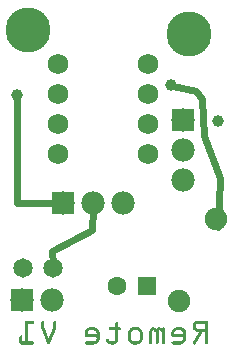
<source format=gbl>
G04 MADE WITH FRITZING*
G04 WWW.FRITZING.ORG*
G04 DOUBLE SIDED*
G04 HOLES PLATED*
G04 CONTOUR ON CENTER OF CONTOUR VECTOR*
%ASAXBY*%
%FSLAX23Y23*%
%MOIN*%
%OFA0B0*%
%SFA1.0B1.0*%
%ADD10C,0.078000*%
%ADD11C,0.068000*%
%ADD12C,0.065000*%
%ADD13C,0.039370*%
%ADD14C,0.075000*%
%ADD15C,0.062992*%
%ADD16C,0.149606*%
%ADD17R,0.078000X0.078000*%
%ADD18R,0.062992X0.062992*%
%ADD19C,0.024000*%
%ADD20R,0.001000X0.001000*%
%LNCOPPER0*%
G90*
G70*
G54D10*
X108Y179D03*
X208Y179D03*
G54D11*
X227Y965D03*
X227Y865D03*
X227Y765D03*
X227Y665D03*
X527Y665D03*
X527Y765D03*
X527Y865D03*
X527Y965D03*
G54D10*
X245Y500D03*
X345Y500D03*
X445Y500D03*
G54D12*
X109Y285D03*
X209Y285D03*
G54D13*
X760Y776D03*
X89Y863D03*
G54D14*
X755Y449D03*
X631Y176D03*
G54D13*
X602Y894D03*
G54D15*
X523Y225D03*
X425Y225D03*
G54D10*
X642Y779D03*
X642Y679D03*
X642Y579D03*
G54D16*
X665Y1064D03*
X127Y1077D03*
G54D17*
X108Y179D03*
X245Y500D03*
G54D18*
X523Y225D03*
G54D17*
X642Y779D03*
G54D19*
X226Y500D02*
X91Y500D01*
D02*
X91Y500D02*
X89Y855D01*
D02*
X610Y892D02*
X687Y874D01*
D02*
X687Y874D02*
X708Y848D01*
D02*
X760Y423D02*
X759Y432D01*
D02*
X708Y848D02*
X715Y725D01*
D02*
X715Y725D02*
X766Y586D01*
D02*
X766Y586D02*
X760Y423D01*
D02*
X341Y413D02*
X344Y481D01*
D02*
X209Y299D02*
X208Y343D01*
D02*
X208Y343D02*
X341Y413D01*
G54D20*
X119Y107D02*
X146Y107D01*
X174Y107D02*
X178Y107D01*
X214Y107D02*
X218Y107D01*
X688Y107D02*
X726Y107D01*
X119Y106D02*
X147Y106D01*
X173Y106D02*
X179Y106D01*
X213Y106D02*
X219Y106D01*
X685Y106D02*
X726Y106D01*
X119Y105D02*
X148Y105D01*
X172Y105D02*
X180Y105D01*
X212Y105D02*
X220Y105D01*
X684Y105D02*
X726Y105D01*
X119Y104D02*
X148Y104D01*
X172Y104D02*
X180Y104D01*
X212Y104D02*
X220Y104D01*
X682Y104D02*
X726Y104D01*
X119Y103D02*
X148Y103D01*
X172Y103D02*
X181Y103D01*
X211Y103D02*
X220Y103D01*
X421Y103D02*
X425Y103D01*
X681Y103D02*
X726Y103D01*
X119Y102D02*
X148Y102D01*
X172Y102D02*
X181Y102D01*
X211Y102D02*
X220Y102D01*
X420Y102D02*
X426Y102D01*
X681Y102D02*
X726Y102D01*
X119Y101D02*
X148Y101D01*
X172Y101D02*
X181Y101D01*
X211Y101D02*
X220Y101D01*
X419Y101D02*
X427Y101D01*
X680Y101D02*
X726Y101D01*
X119Y100D02*
X147Y100D01*
X172Y100D02*
X181Y100D01*
X211Y100D02*
X220Y100D01*
X418Y100D02*
X427Y100D01*
X679Y100D02*
X726Y100D01*
X119Y99D02*
X146Y99D01*
X172Y99D02*
X181Y99D01*
X211Y99D02*
X220Y99D01*
X418Y99D02*
X427Y99D01*
X679Y99D02*
X726Y99D01*
X119Y98D02*
X144Y98D01*
X172Y98D02*
X181Y98D01*
X211Y98D02*
X220Y98D01*
X418Y98D02*
X427Y98D01*
X678Y98D02*
X726Y98D01*
X119Y97D02*
X128Y97D01*
X172Y97D02*
X181Y97D01*
X211Y97D02*
X220Y97D01*
X418Y97D02*
X427Y97D01*
X678Y97D02*
X689Y97D01*
X717Y97D02*
X726Y97D01*
X119Y96D02*
X128Y96D01*
X172Y96D02*
X181Y96D01*
X211Y96D02*
X220Y96D01*
X418Y96D02*
X427Y96D01*
X678Y96D02*
X688Y96D01*
X717Y96D02*
X726Y96D01*
X119Y95D02*
X128Y95D01*
X172Y95D02*
X181Y95D01*
X211Y95D02*
X220Y95D01*
X418Y95D02*
X427Y95D01*
X678Y95D02*
X687Y95D01*
X717Y95D02*
X726Y95D01*
X119Y94D02*
X128Y94D01*
X172Y94D02*
X181Y94D01*
X211Y94D02*
X220Y94D01*
X418Y94D02*
X427Y94D01*
X677Y94D02*
X687Y94D01*
X717Y94D02*
X726Y94D01*
X119Y93D02*
X128Y93D01*
X172Y93D02*
X181Y93D01*
X211Y93D02*
X220Y93D01*
X418Y93D02*
X427Y93D01*
X677Y93D02*
X686Y93D01*
X717Y93D02*
X726Y93D01*
X119Y92D02*
X128Y92D01*
X172Y92D02*
X181Y92D01*
X211Y92D02*
X220Y92D01*
X418Y92D02*
X427Y92D01*
X677Y92D02*
X686Y92D01*
X717Y92D02*
X726Y92D01*
X119Y91D02*
X128Y91D01*
X172Y91D02*
X181Y91D01*
X211Y91D02*
X220Y91D01*
X418Y91D02*
X427Y91D01*
X677Y91D02*
X686Y91D01*
X717Y91D02*
X726Y91D01*
X119Y90D02*
X128Y90D01*
X172Y90D02*
X181Y90D01*
X211Y90D02*
X220Y90D01*
X418Y90D02*
X427Y90D01*
X677Y90D02*
X686Y90D01*
X717Y90D02*
X726Y90D01*
X119Y89D02*
X128Y89D01*
X172Y89D02*
X181Y89D01*
X211Y89D02*
X220Y89D01*
X418Y89D02*
X427Y89D01*
X677Y89D02*
X686Y89D01*
X717Y89D02*
X726Y89D01*
X119Y88D02*
X128Y88D01*
X172Y88D02*
X181Y88D01*
X211Y88D02*
X220Y88D01*
X418Y88D02*
X427Y88D01*
X677Y88D02*
X686Y88D01*
X717Y88D02*
X726Y88D01*
X119Y87D02*
X128Y87D01*
X172Y87D02*
X181Y87D01*
X211Y87D02*
X220Y87D01*
X418Y87D02*
X427Y87D01*
X677Y87D02*
X686Y87D01*
X717Y87D02*
X726Y87D01*
X119Y86D02*
X128Y86D01*
X172Y86D02*
X181Y86D01*
X211Y86D02*
X220Y86D01*
X331Y86D02*
X350Y86D01*
X399Y86D02*
X434Y86D01*
X475Y86D02*
X495Y86D01*
X541Y86D02*
X547Y86D01*
X561Y86D02*
X568Y86D01*
X576Y86D02*
X580Y86D01*
X620Y86D02*
X639Y86D01*
X677Y86D02*
X687Y86D01*
X717Y86D02*
X726Y86D01*
X119Y85D02*
X128Y85D01*
X172Y85D02*
X181Y85D01*
X211Y85D02*
X220Y85D01*
X328Y85D02*
X353Y85D01*
X398Y85D02*
X436Y85D01*
X472Y85D02*
X497Y85D01*
X539Y85D02*
X549Y85D01*
X559Y85D02*
X570Y85D01*
X575Y85D02*
X581Y85D01*
X617Y85D02*
X642Y85D01*
X678Y85D02*
X687Y85D01*
X717Y85D02*
X726Y85D01*
X119Y84D02*
X128Y84D01*
X172Y84D02*
X182Y84D01*
X210Y84D02*
X220Y84D01*
X326Y84D02*
X355Y84D01*
X397Y84D02*
X437Y84D01*
X471Y84D02*
X499Y84D01*
X537Y84D02*
X551Y84D01*
X558Y84D02*
X572Y84D01*
X574Y84D02*
X582Y84D01*
X615Y84D02*
X644Y84D01*
X678Y84D02*
X688Y84D01*
X717Y84D02*
X726Y84D01*
X119Y83D02*
X128Y83D01*
X172Y83D02*
X182Y83D01*
X210Y83D02*
X220Y83D01*
X325Y83D02*
X356Y83D01*
X397Y83D02*
X437Y83D01*
X469Y83D02*
X501Y83D01*
X536Y83D02*
X553Y83D01*
X557Y83D02*
X582Y83D01*
X614Y83D02*
X645Y83D01*
X678Y83D02*
X689Y83D01*
X717Y83D02*
X726Y83D01*
X119Y82D02*
X128Y82D01*
X173Y82D02*
X183Y82D01*
X209Y82D02*
X219Y82D01*
X323Y82D02*
X357Y82D01*
X396Y82D02*
X437Y82D01*
X468Y82D02*
X502Y82D01*
X535Y82D02*
X554Y82D01*
X556Y82D02*
X582Y82D01*
X612Y82D02*
X646Y82D01*
X678Y82D02*
X726Y82D01*
X119Y81D02*
X128Y81D01*
X173Y81D02*
X183Y81D01*
X209Y81D02*
X219Y81D01*
X322Y81D02*
X359Y81D01*
X396Y81D02*
X437Y81D01*
X467Y81D02*
X503Y81D01*
X534Y81D02*
X582Y81D01*
X611Y81D02*
X648Y81D01*
X679Y81D02*
X726Y81D01*
X119Y80D02*
X128Y80D01*
X174Y80D02*
X183Y80D01*
X209Y80D02*
X219Y80D01*
X321Y80D02*
X360Y80D01*
X397Y80D02*
X437Y80D01*
X466Y80D02*
X504Y80D01*
X534Y80D02*
X582Y80D01*
X610Y80D02*
X649Y80D01*
X679Y80D02*
X726Y80D01*
X119Y79D02*
X128Y79D01*
X174Y79D02*
X184Y79D01*
X208Y79D02*
X218Y79D01*
X320Y79D02*
X360Y79D01*
X397Y79D02*
X436Y79D01*
X465Y79D02*
X505Y79D01*
X533Y79D02*
X582Y79D01*
X609Y79D02*
X649Y79D01*
X680Y79D02*
X726Y79D01*
X119Y78D02*
X128Y78D01*
X174Y78D02*
X184Y78D01*
X208Y78D02*
X218Y78D01*
X319Y78D02*
X361Y78D01*
X398Y78D02*
X436Y78D01*
X464Y78D02*
X506Y78D01*
X533Y78D02*
X582Y78D01*
X609Y78D02*
X650Y78D01*
X681Y78D02*
X726Y78D01*
X119Y77D02*
X128Y77D01*
X175Y77D02*
X185Y77D01*
X207Y77D02*
X217Y77D01*
X319Y77D02*
X362Y77D01*
X400Y77D02*
X434Y77D01*
X463Y77D02*
X506Y77D01*
X533Y77D02*
X582Y77D01*
X608Y77D02*
X651Y77D01*
X682Y77D02*
X726Y77D01*
X119Y76D02*
X128Y76D01*
X175Y76D02*
X185Y76D01*
X207Y76D02*
X217Y76D01*
X318Y76D02*
X331Y76D01*
X349Y76D02*
X363Y76D01*
X418Y76D02*
X427Y76D01*
X463Y76D02*
X476Y76D01*
X494Y76D02*
X507Y76D01*
X533Y76D02*
X542Y76D01*
X546Y76D02*
X562Y76D01*
X567Y76D02*
X582Y76D01*
X607Y76D02*
X620Y76D01*
X638Y76D02*
X652Y76D01*
X683Y76D02*
X726Y76D01*
X119Y75D02*
X128Y75D01*
X175Y75D02*
X185Y75D01*
X207Y75D02*
X217Y75D01*
X318Y75D02*
X330Y75D01*
X351Y75D02*
X363Y75D01*
X418Y75D02*
X427Y75D01*
X462Y75D02*
X474Y75D01*
X495Y75D02*
X508Y75D01*
X532Y75D02*
X542Y75D01*
X547Y75D02*
X562Y75D01*
X568Y75D02*
X582Y75D01*
X607Y75D02*
X619Y75D01*
X640Y75D02*
X652Y75D01*
X684Y75D02*
X726Y75D01*
X119Y74D02*
X128Y74D01*
X176Y74D02*
X186Y74D01*
X206Y74D02*
X216Y74D01*
X317Y74D02*
X328Y74D01*
X352Y74D02*
X364Y74D01*
X418Y74D02*
X427Y74D01*
X462Y74D02*
X473Y74D01*
X497Y74D02*
X508Y74D01*
X532Y74D02*
X541Y74D01*
X548Y74D02*
X562Y74D01*
X569Y74D02*
X582Y74D01*
X606Y74D02*
X617Y74D01*
X641Y74D02*
X653Y74D01*
X686Y74D02*
X726Y74D01*
X119Y73D02*
X128Y73D01*
X176Y73D02*
X186Y73D01*
X206Y73D02*
X216Y73D01*
X317Y73D02*
X327Y73D01*
X353Y73D02*
X364Y73D01*
X418Y73D02*
X427Y73D01*
X461Y73D02*
X472Y73D01*
X498Y73D02*
X508Y73D01*
X532Y73D02*
X541Y73D01*
X549Y73D02*
X562Y73D01*
X570Y73D02*
X582Y73D01*
X606Y73D02*
X616Y73D01*
X642Y73D02*
X653Y73D01*
X688Y73D02*
X726Y73D01*
X119Y72D02*
X128Y72D01*
X177Y72D02*
X186Y72D01*
X205Y72D02*
X215Y72D01*
X316Y72D02*
X326Y72D01*
X354Y72D02*
X364Y72D01*
X418Y72D02*
X427Y72D01*
X461Y72D02*
X471Y72D01*
X499Y72D02*
X509Y72D01*
X532Y72D02*
X541Y72D01*
X551Y72D02*
X562Y72D01*
X571Y72D02*
X582Y72D01*
X606Y72D02*
X615Y72D01*
X643Y72D02*
X653Y72D01*
X698Y72D02*
X709Y72D01*
X717Y72D02*
X726Y72D01*
X119Y71D02*
X128Y71D01*
X177Y71D02*
X187Y71D01*
X205Y71D02*
X215Y71D01*
X316Y71D02*
X326Y71D01*
X355Y71D02*
X365Y71D01*
X418Y71D02*
X427Y71D01*
X461Y71D02*
X470Y71D01*
X499Y71D02*
X509Y71D01*
X532Y71D02*
X541Y71D01*
X552Y71D02*
X562Y71D01*
X572Y71D02*
X582Y71D01*
X605Y71D02*
X615Y71D01*
X644Y71D02*
X654Y71D01*
X697Y71D02*
X708Y71D01*
X717Y71D02*
X726Y71D01*
X119Y70D02*
X128Y70D01*
X177Y70D02*
X187Y70D01*
X205Y70D02*
X215Y70D01*
X316Y70D02*
X325Y70D01*
X355Y70D02*
X365Y70D01*
X418Y70D02*
X427Y70D01*
X461Y70D02*
X470Y70D01*
X500Y70D02*
X509Y70D01*
X532Y70D02*
X541Y70D01*
X553Y70D02*
X562Y70D01*
X573Y70D02*
X582Y70D01*
X605Y70D02*
X614Y70D01*
X644Y70D02*
X654Y70D01*
X697Y70D02*
X708Y70D01*
X717Y70D02*
X726Y70D01*
X119Y69D02*
X128Y69D01*
X178Y69D02*
X188Y69D01*
X204Y69D02*
X214Y69D01*
X316Y69D02*
X325Y69D01*
X356Y69D02*
X365Y69D01*
X418Y69D02*
X427Y69D01*
X461Y69D02*
X470Y69D01*
X500Y69D02*
X509Y69D01*
X532Y69D02*
X541Y69D01*
X553Y69D02*
X562Y69D01*
X573Y69D02*
X582Y69D01*
X605Y69D02*
X614Y69D01*
X645Y69D02*
X654Y69D01*
X696Y69D02*
X707Y69D01*
X717Y69D02*
X726Y69D01*
X119Y68D02*
X128Y68D01*
X178Y68D02*
X188Y68D01*
X204Y68D02*
X214Y68D01*
X316Y68D02*
X325Y68D01*
X356Y68D02*
X365Y68D01*
X418Y68D02*
X427Y68D01*
X461Y68D02*
X470Y68D01*
X500Y68D02*
X509Y68D01*
X532Y68D02*
X541Y68D01*
X553Y68D02*
X562Y68D01*
X573Y68D02*
X582Y68D01*
X605Y68D02*
X614Y68D01*
X645Y68D02*
X654Y68D01*
X696Y68D02*
X707Y68D01*
X717Y68D02*
X726Y68D01*
X119Y67D02*
X128Y67D01*
X179Y67D02*
X188Y67D01*
X204Y67D02*
X213Y67D01*
X316Y67D02*
X325Y67D01*
X356Y67D02*
X365Y67D01*
X418Y67D02*
X427Y67D01*
X461Y67D02*
X470Y67D01*
X500Y67D02*
X509Y67D01*
X532Y67D02*
X541Y67D01*
X553Y67D02*
X562Y67D01*
X573Y67D02*
X582Y67D01*
X605Y67D02*
X614Y67D01*
X645Y67D02*
X654Y67D01*
X695Y67D02*
X706Y67D01*
X717Y67D02*
X726Y67D01*
X119Y66D02*
X128Y66D01*
X179Y66D02*
X189Y66D01*
X203Y66D02*
X213Y66D01*
X316Y66D02*
X325Y66D01*
X356Y66D02*
X365Y66D01*
X418Y66D02*
X427Y66D01*
X461Y66D02*
X470Y66D01*
X500Y66D02*
X509Y66D01*
X532Y66D02*
X541Y66D01*
X553Y66D02*
X562Y66D01*
X573Y66D02*
X582Y66D01*
X605Y66D02*
X614Y66D01*
X645Y66D02*
X654Y66D01*
X695Y66D02*
X705Y66D01*
X717Y66D02*
X726Y66D01*
X119Y65D02*
X128Y65D01*
X179Y65D02*
X189Y65D01*
X203Y65D02*
X213Y65D01*
X316Y65D02*
X325Y65D01*
X356Y65D02*
X365Y65D01*
X418Y65D02*
X427Y65D01*
X461Y65D02*
X470Y65D01*
X500Y65D02*
X509Y65D01*
X532Y65D02*
X541Y65D01*
X553Y65D02*
X562Y65D01*
X573Y65D02*
X582Y65D01*
X605Y65D02*
X614Y65D01*
X645Y65D02*
X654Y65D01*
X694Y65D02*
X705Y65D01*
X717Y65D02*
X726Y65D01*
X119Y64D02*
X128Y64D01*
X180Y64D02*
X190Y64D01*
X202Y64D02*
X212Y64D01*
X316Y64D02*
X325Y64D01*
X356Y64D02*
X365Y64D01*
X418Y64D02*
X427Y64D01*
X461Y64D02*
X470Y64D01*
X500Y64D02*
X509Y64D01*
X532Y64D02*
X541Y64D01*
X553Y64D02*
X562Y64D01*
X573Y64D02*
X582Y64D01*
X605Y64D02*
X614Y64D01*
X645Y64D02*
X654Y64D01*
X693Y64D02*
X704Y64D01*
X717Y64D02*
X726Y64D01*
X119Y63D02*
X128Y63D01*
X180Y63D02*
X190Y63D01*
X202Y63D02*
X212Y63D01*
X316Y63D02*
X365Y63D01*
X418Y63D02*
X427Y63D01*
X461Y63D02*
X470Y63D01*
X500Y63D02*
X509Y63D01*
X532Y63D02*
X541Y63D01*
X553Y63D02*
X562Y63D01*
X573Y63D02*
X582Y63D01*
X605Y63D02*
X654Y63D01*
X693Y63D02*
X704Y63D01*
X717Y63D02*
X726Y63D01*
X119Y62D02*
X128Y62D01*
X181Y62D02*
X190Y62D01*
X202Y62D02*
X212Y62D01*
X316Y62D02*
X365Y62D01*
X418Y62D02*
X427Y62D01*
X461Y62D02*
X470Y62D01*
X500Y62D02*
X509Y62D01*
X532Y62D02*
X541Y62D01*
X553Y62D02*
X562Y62D01*
X573Y62D02*
X582Y62D01*
X605Y62D02*
X654Y62D01*
X692Y62D02*
X703Y62D01*
X717Y62D02*
X726Y62D01*
X119Y61D02*
X128Y61D01*
X181Y61D02*
X191Y61D01*
X201Y61D02*
X211Y61D01*
X316Y61D02*
X365Y61D01*
X418Y61D02*
X427Y61D01*
X461Y61D02*
X470Y61D01*
X500Y61D02*
X509Y61D01*
X532Y61D02*
X541Y61D01*
X553Y61D02*
X562Y61D01*
X573Y61D02*
X582Y61D01*
X605Y61D02*
X654Y61D01*
X692Y61D02*
X702Y61D01*
X717Y61D02*
X726Y61D01*
X103Y60D02*
X105Y60D01*
X119Y60D02*
X128Y60D01*
X181Y60D02*
X191Y60D01*
X201Y60D02*
X211Y60D01*
X316Y60D02*
X365Y60D01*
X418Y60D02*
X427Y60D01*
X461Y60D02*
X470Y60D01*
X500Y60D02*
X509Y60D01*
X532Y60D02*
X541Y60D01*
X553Y60D02*
X562Y60D01*
X573Y60D02*
X582Y60D01*
X605Y60D02*
X654Y60D01*
X691Y60D02*
X702Y60D01*
X717Y60D02*
X726Y60D01*
X101Y59D02*
X107Y59D01*
X119Y59D02*
X128Y59D01*
X182Y59D02*
X192Y59D01*
X200Y59D02*
X210Y59D01*
X316Y59D02*
X365Y59D01*
X418Y59D02*
X427Y59D01*
X461Y59D02*
X470Y59D01*
X500Y59D02*
X509Y59D01*
X532Y59D02*
X541Y59D01*
X553Y59D02*
X562Y59D01*
X573Y59D02*
X582Y59D01*
X605Y59D02*
X654Y59D01*
X690Y59D02*
X701Y59D01*
X717Y59D02*
X726Y59D01*
X100Y58D02*
X107Y58D01*
X119Y58D02*
X128Y58D01*
X182Y58D02*
X192Y58D01*
X200Y58D02*
X210Y58D01*
X316Y58D02*
X365Y58D01*
X418Y58D02*
X427Y58D01*
X461Y58D02*
X470Y58D01*
X500Y58D02*
X509Y58D01*
X532Y58D02*
X541Y58D01*
X553Y58D02*
X562Y58D01*
X573Y58D02*
X582Y58D01*
X605Y58D02*
X654Y58D01*
X690Y58D02*
X701Y58D01*
X717Y58D02*
X726Y58D01*
X100Y57D02*
X108Y57D01*
X119Y57D02*
X128Y57D01*
X182Y57D02*
X192Y57D01*
X200Y57D02*
X210Y57D01*
X316Y57D02*
X365Y57D01*
X418Y57D02*
X427Y57D01*
X461Y57D02*
X470Y57D01*
X500Y57D02*
X509Y57D01*
X532Y57D02*
X541Y57D01*
X553Y57D02*
X562Y57D01*
X573Y57D02*
X582Y57D01*
X605Y57D02*
X654Y57D01*
X689Y57D02*
X700Y57D01*
X717Y57D02*
X726Y57D01*
X100Y56D02*
X108Y56D01*
X119Y56D02*
X128Y56D01*
X183Y56D02*
X193Y56D01*
X199Y56D02*
X209Y56D01*
X317Y56D02*
X365Y56D01*
X418Y56D02*
X427Y56D01*
X461Y56D02*
X470Y56D01*
X500Y56D02*
X509Y56D01*
X532Y56D02*
X541Y56D01*
X553Y56D02*
X562Y56D01*
X573Y56D02*
X582Y56D01*
X606Y56D02*
X654Y56D01*
X689Y56D02*
X700Y56D01*
X717Y56D02*
X726Y56D01*
X99Y55D02*
X108Y55D01*
X119Y55D02*
X128Y55D01*
X183Y55D02*
X193Y55D01*
X199Y55D02*
X209Y55D01*
X317Y55D02*
X365Y55D01*
X418Y55D02*
X427Y55D01*
X461Y55D02*
X470Y55D01*
X500Y55D02*
X509Y55D01*
X532Y55D02*
X541Y55D01*
X553Y55D02*
X562Y55D01*
X573Y55D02*
X582Y55D01*
X606Y55D02*
X654Y55D01*
X688Y55D02*
X699Y55D01*
X717Y55D02*
X726Y55D01*
X99Y54D02*
X108Y54D01*
X119Y54D02*
X128Y54D01*
X184Y54D02*
X194Y54D01*
X198Y54D02*
X208Y54D01*
X318Y54D02*
X365Y54D01*
X418Y54D02*
X427Y54D01*
X461Y54D02*
X470Y54D01*
X500Y54D02*
X509Y54D01*
X532Y54D02*
X541Y54D01*
X553Y54D02*
X562Y54D01*
X573Y54D02*
X582Y54D01*
X607Y54D02*
X654Y54D01*
X688Y54D02*
X698Y54D01*
X717Y54D02*
X726Y54D01*
X99Y53D02*
X108Y53D01*
X119Y53D02*
X128Y53D01*
X184Y53D02*
X194Y53D01*
X198Y53D02*
X208Y53D01*
X355Y53D02*
X365Y53D01*
X418Y53D02*
X427Y53D01*
X461Y53D02*
X470Y53D01*
X500Y53D02*
X509Y53D01*
X532Y53D02*
X541Y53D01*
X553Y53D02*
X562Y53D01*
X573Y53D02*
X582Y53D01*
X644Y53D02*
X654Y53D01*
X687Y53D02*
X698Y53D01*
X717Y53D02*
X726Y53D01*
X99Y52D02*
X108Y52D01*
X119Y52D02*
X128Y52D01*
X184Y52D02*
X194Y52D01*
X198Y52D02*
X208Y52D01*
X356Y52D02*
X365Y52D01*
X418Y52D02*
X427Y52D01*
X461Y52D02*
X470Y52D01*
X500Y52D02*
X509Y52D01*
X532Y52D02*
X541Y52D01*
X553Y52D02*
X562Y52D01*
X573Y52D02*
X582Y52D01*
X645Y52D02*
X654Y52D01*
X686Y52D02*
X697Y52D01*
X717Y52D02*
X726Y52D01*
X99Y51D02*
X108Y51D01*
X119Y51D02*
X128Y51D01*
X185Y51D02*
X195Y51D01*
X197Y51D02*
X207Y51D01*
X356Y51D02*
X365Y51D01*
X418Y51D02*
X427Y51D01*
X461Y51D02*
X470Y51D01*
X500Y51D02*
X509Y51D01*
X532Y51D02*
X541Y51D01*
X553Y51D02*
X562Y51D01*
X573Y51D02*
X582Y51D01*
X645Y51D02*
X654Y51D01*
X686Y51D02*
X697Y51D01*
X717Y51D02*
X726Y51D01*
X99Y50D02*
X108Y50D01*
X119Y50D02*
X128Y50D01*
X185Y50D02*
X195Y50D01*
X197Y50D02*
X207Y50D01*
X356Y50D02*
X365Y50D01*
X418Y50D02*
X427Y50D01*
X461Y50D02*
X470Y50D01*
X500Y50D02*
X509Y50D01*
X532Y50D02*
X541Y50D01*
X553Y50D02*
X562Y50D01*
X573Y50D02*
X582Y50D01*
X645Y50D02*
X654Y50D01*
X685Y50D02*
X696Y50D01*
X717Y50D02*
X726Y50D01*
X99Y49D02*
X108Y49D01*
X119Y49D02*
X128Y49D01*
X186Y49D02*
X206Y49D01*
X356Y49D02*
X365Y49D01*
X418Y49D02*
X427Y49D01*
X461Y49D02*
X470Y49D01*
X500Y49D02*
X509Y49D01*
X532Y49D02*
X541Y49D01*
X553Y49D02*
X562Y49D01*
X573Y49D02*
X582Y49D01*
X645Y49D02*
X654Y49D01*
X685Y49D02*
X695Y49D01*
X717Y49D02*
X726Y49D01*
X99Y48D02*
X108Y48D01*
X119Y48D02*
X128Y48D01*
X186Y48D02*
X206Y48D01*
X356Y48D02*
X365Y48D01*
X391Y48D02*
X395Y48D01*
X418Y48D02*
X427Y48D01*
X461Y48D02*
X470Y48D01*
X500Y48D02*
X509Y48D01*
X532Y48D02*
X541Y48D01*
X553Y48D02*
X562Y48D01*
X573Y48D02*
X582Y48D01*
X645Y48D02*
X654Y48D01*
X684Y48D02*
X695Y48D01*
X717Y48D02*
X726Y48D01*
X99Y47D02*
X108Y47D01*
X119Y47D02*
X128Y47D01*
X186Y47D02*
X206Y47D01*
X355Y47D02*
X365Y47D01*
X390Y47D02*
X396Y47D01*
X418Y47D02*
X427Y47D01*
X461Y47D02*
X470Y47D01*
X500Y47D02*
X509Y47D01*
X532Y47D02*
X541Y47D01*
X553Y47D02*
X562Y47D01*
X573Y47D02*
X582Y47D01*
X644Y47D02*
X654Y47D01*
X683Y47D02*
X694Y47D01*
X717Y47D02*
X726Y47D01*
X99Y46D02*
X108Y46D01*
X119Y46D02*
X128Y46D01*
X187Y46D02*
X205Y46D01*
X355Y46D02*
X365Y46D01*
X389Y46D02*
X396Y46D01*
X418Y46D02*
X427Y46D01*
X461Y46D02*
X470Y46D01*
X500Y46D02*
X509Y46D01*
X532Y46D02*
X541Y46D01*
X553Y46D02*
X562Y46D01*
X573Y46D02*
X582Y46D01*
X644Y46D02*
X654Y46D01*
X683Y46D02*
X694Y46D01*
X717Y46D02*
X726Y46D01*
X99Y45D02*
X108Y45D01*
X119Y45D02*
X128Y45D01*
X187Y45D02*
X205Y45D01*
X354Y45D02*
X365Y45D01*
X389Y45D02*
X397Y45D01*
X418Y45D02*
X427Y45D01*
X461Y45D02*
X471Y45D01*
X499Y45D02*
X509Y45D01*
X532Y45D02*
X541Y45D01*
X553Y45D02*
X562Y45D01*
X573Y45D02*
X582Y45D01*
X643Y45D02*
X654Y45D01*
X682Y45D02*
X693Y45D01*
X717Y45D02*
X726Y45D01*
X99Y44D02*
X108Y44D01*
X119Y44D02*
X128Y44D01*
X188Y44D02*
X205Y44D01*
X354Y44D02*
X364Y44D01*
X389Y44D02*
X398Y44D01*
X418Y44D02*
X427Y44D01*
X461Y44D02*
X472Y44D01*
X498Y44D02*
X509Y44D01*
X532Y44D02*
X541Y44D01*
X553Y44D02*
X562Y44D01*
X573Y44D02*
X582Y44D01*
X643Y44D02*
X653Y44D01*
X682Y44D02*
X693Y44D01*
X717Y44D02*
X726Y44D01*
X99Y43D02*
X108Y43D01*
X119Y43D02*
X128Y43D01*
X188Y43D02*
X204Y43D01*
X353Y43D02*
X364Y43D01*
X388Y43D02*
X398Y43D01*
X418Y43D02*
X427Y43D01*
X461Y43D02*
X473Y43D01*
X497Y43D02*
X508Y43D01*
X532Y43D02*
X541Y43D01*
X553Y43D02*
X562Y43D01*
X573Y43D02*
X582Y43D01*
X642Y43D02*
X653Y43D01*
X681Y43D02*
X692Y43D01*
X717Y43D02*
X726Y43D01*
X99Y42D02*
X108Y42D01*
X119Y42D02*
X128Y42D01*
X188Y42D02*
X204Y42D01*
X351Y42D02*
X364Y42D01*
X389Y42D02*
X399Y42D01*
X417Y42D02*
X427Y42D01*
X462Y42D02*
X474Y42D01*
X496Y42D02*
X508Y42D01*
X532Y42D02*
X541Y42D01*
X553Y42D02*
X562Y42D01*
X573Y42D02*
X582Y42D01*
X640Y42D02*
X653Y42D01*
X681Y42D02*
X691Y42D01*
X717Y42D02*
X726Y42D01*
X99Y41D02*
X108Y41D01*
X119Y41D02*
X128Y41D01*
X189Y41D02*
X203Y41D01*
X350Y41D02*
X363Y41D01*
X389Y41D02*
X400Y41D01*
X416Y41D02*
X427Y41D01*
X462Y41D02*
X475Y41D01*
X494Y41D02*
X508Y41D01*
X532Y41D02*
X541Y41D01*
X553Y41D02*
X562Y41D01*
X573Y41D02*
X582Y41D01*
X639Y41D02*
X652Y41D01*
X680Y41D02*
X691Y41D01*
X717Y41D02*
X726Y41D01*
X99Y40D02*
X143Y40D01*
X189Y40D02*
X203Y40D01*
X321Y40D02*
X362Y40D01*
X389Y40D02*
X426Y40D01*
X463Y40D02*
X507Y40D01*
X532Y40D02*
X541Y40D01*
X553Y40D02*
X562Y40D01*
X573Y40D02*
X582Y40D01*
X610Y40D02*
X651Y40D01*
X679Y40D02*
X690Y40D01*
X717Y40D02*
X726Y40D01*
X99Y39D02*
X146Y39D01*
X190Y39D02*
X203Y39D01*
X318Y39D02*
X362Y39D01*
X390Y39D02*
X426Y39D01*
X464Y39D02*
X506Y39D01*
X532Y39D02*
X541Y39D01*
X553Y39D02*
X562Y39D01*
X573Y39D02*
X582Y39D01*
X607Y39D02*
X651Y39D01*
X679Y39D02*
X690Y39D01*
X717Y39D02*
X726Y39D01*
X99Y38D02*
X147Y38D01*
X190Y38D02*
X202Y38D01*
X317Y38D02*
X361Y38D01*
X390Y38D02*
X425Y38D01*
X465Y38D02*
X505Y38D01*
X532Y38D02*
X541Y38D01*
X553Y38D02*
X562Y38D01*
X573Y38D02*
X582Y38D01*
X606Y38D02*
X650Y38D01*
X678Y38D02*
X689Y38D01*
X717Y38D02*
X726Y38D01*
X99Y37D02*
X148Y37D01*
X190Y37D02*
X202Y37D01*
X317Y37D02*
X360Y37D01*
X391Y37D02*
X425Y37D01*
X466Y37D02*
X504Y37D01*
X532Y37D02*
X541Y37D01*
X553Y37D02*
X562Y37D01*
X573Y37D02*
X582Y37D01*
X606Y37D02*
X649Y37D01*
X678Y37D02*
X688Y37D01*
X717Y37D02*
X726Y37D01*
X99Y36D02*
X148Y36D01*
X191Y36D02*
X201Y36D01*
X316Y36D02*
X359Y36D01*
X392Y36D02*
X424Y36D01*
X467Y36D02*
X503Y36D01*
X532Y36D02*
X541Y36D01*
X553Y36D02*
X562Y36D01*
X573Y36D02*
X582Y36D01*
X605Y36D02*
X648Y36D01*
X677Y36D02*
X688Y36D01*
X717Y36D02*
X726Y36D01*
X99Y35D02*
X148Y35D01*
X191Y35D02*
X201Y35D01*
X316Y35D02*
X358Y35D01*
X392Y35D02*
X423Y35D01*
X468Y35D02*
X502Y35D01*
X532Y35D02*
X541Y35D01*
X553Y35D02*
X562Y35D01*
X573Y35D02*
X582Y35D01*
X605Y35D02*
X647Y35D01*
X677Y35D02*
X687Y35D01*
X717Y35D02*
X726Y35D01*
X100Y34D02*
X148Y34D01*
X191Y34D02*
X201Y34D01*
X316Y34D02*
X356Y34D01*
X393Y34D02*
X422Y34D01*
X469Y34D02*
X501Y34D01*
X532Y34D02*
X541Y34D01*
X553Y34D02*
X562Y34D01*
X574Y34D02*
X582Y34D01*
X605Y34D02*
X646Y34D01*
X677Y34D02*
X687Y34D01*
X717Y34D02*
X726Y34D01*
X100Y33D02*
X148Y33D01*
X192Y33D02*
X200Y33D01*
X317Y33D02*
X355Y33D01*
X395Y33D02*
X421Y33D01*
X470Y33D02*
X499Y33D01*
X532Y33D02*
X541Y33D01*
X553Y33D02*
X561Y33D01*
X574Y33D02*
X582Y33D01*
X606Y33D02*
X644Y33D01*
X678Y33D02*
X686Y33D01*
X717Y33D02*
X726Y33D01*
X100Y32D02*
X147Y32D01*
X192Y32D02*
X200Y32D01*
X317Y32D02*
X354Y32D01*
X396Y32D02*
X420Y32D01*
X472Y32D02*
X498Y32D01*
X533Y32D02*
X540Y32D01*
X554Y32D02*
X561Y32D01*
X574Y32D02*
X581Y32D01*
X606Y32D02*
X643Y32D01*
X678Y32D02*
X685Y32D01*
X718Y32D02*
X725Y32D01*
X102Y31D02*
X146Y31D01*
X193Y31D02*
X199Y31D01*
X318Y31D02*
X351Y31D01*
X398Y31D02*
X418Y31D01*
X474Y31D02*
X496Y31D01*
X534Y31D02*
X539Y31D01*
X555Y31D02*
X560Y31D01*
X576Y31D02*
X580Y31D01*
X607Y31D02*
X640Y31D01*
X679Y31D02*
X684Y31D01*
X719Y31D02*
X724Y31D01*
X104Y30D02*
X143Y30D01*
X196Y30D02*
X196Y30D01*
X321Y30D02*
X347Y30D01*
X403Y30D02*
X413Y30D01*
X479Y30D02*
X491Y30D01*
X610Y30D02*
X636Y30D01*
X682Y30D02*
X682Y30D01*
D02*
G04 End of Copper0*
M02*
</source>
